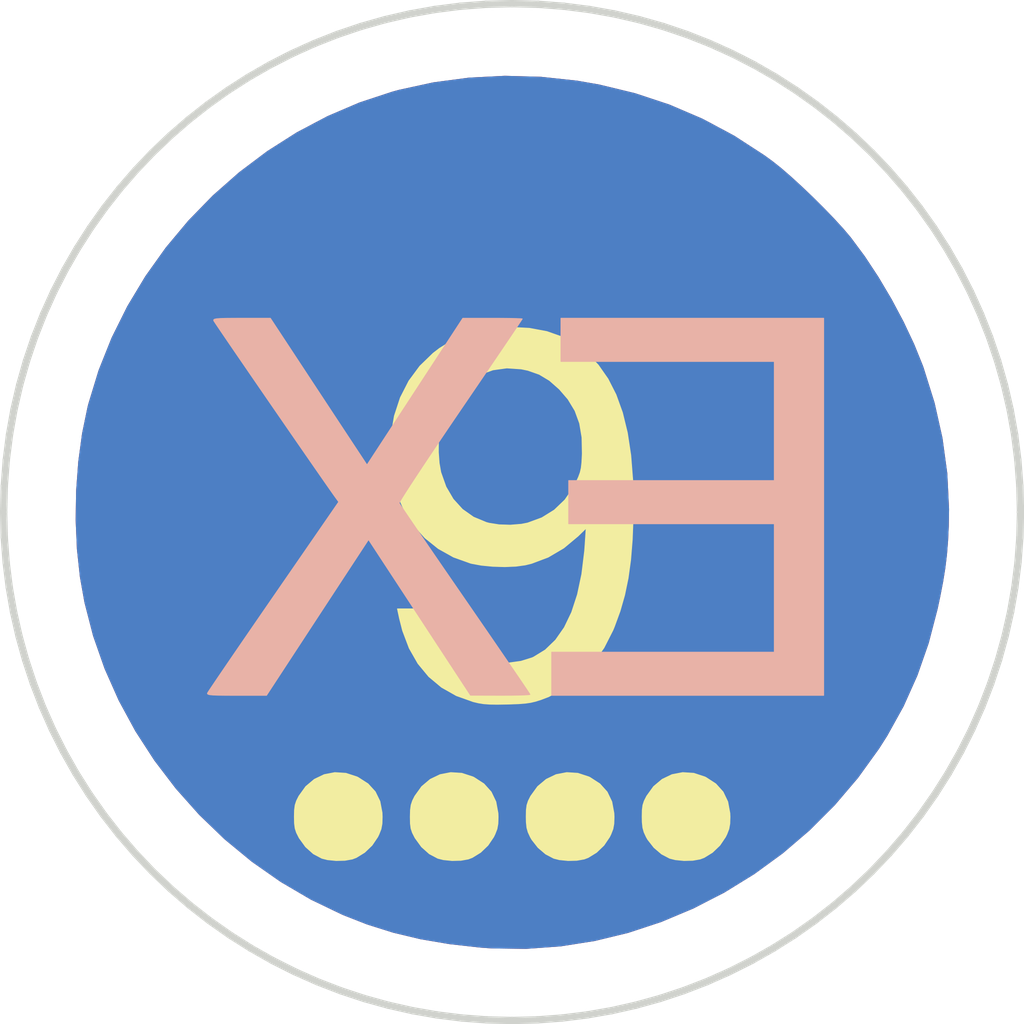
<source format=kicad_pcb>
(kicad_pcb (version 20171130) (host pcbnew 5.1.5+dfsg1-2build2)

  (general
    (thickness 1.6)
    (drawings 130)
    (tracks 0)
    (zones 0)
    (modules 4)
    (nets 1)
  )

  (page A4)
  (layers
    (0 F.Cu signal)
    (31 B.Cu signal)
    (32 B.Adhes user)
    (33 F.Adhes user)
    (34 B.Paste user)
    (35 F.Paste user)
    (36 B.SilkS user)
    (37 F.SilkS user)
    (38 B.Mask user)
    (39 F.Mask user)
    (40 Dwgs.User user)
    (41 Cmts.User user)
    (42 Eco1.User user)
    (43 Eco2.User user)
    (44 Edge.Cuts user)
    (45 Margin user)
    (46 B.CrtYd user)
    (47 F.CrtYd user)
    (48 B.Fab user)
    (49 F.Fab user)
  )

  (setup
    (last_trace_width 0.25)
    (trace_clearance 0.2)
    (zone_clearance 0.508)
    (zone_45_only no)
    (trace_min 0.2)
    (via_size 0.6)
    (via_drill 0.4)
    (via_min_size 0.4)
    (via_min_drill 0.3)
    (uvia_size 0.3)
    (uvia_drill 0.1)
    (uvias_allowed no)
    (uvia_min_size 0.2)
    (uvia_min_drill 0.1)
    (edge_width 0.15)
    (segment_width 0.2)
    (pcb_text_width 0.3)
    (pcb_text_size 1.5 1.5)
    (mod_edge_width 0.15)
    (mod_text_size 1 1)
    (mod_text_width 0.15)
    (pad_size 1.524 1.524)
    (pad_drill 0.762)
    (pad_to_mask_clearance 0.2)
    (aux_axis_origin 0 0)
    (visible_elements FFFFFF7F)
    (pcbplotparams
      (layerselection 0x010f0_ffffffff)
      (usegerberextensions false)
      (usegerberattributes false)
      (usegerberadvancedattributes false)
      (creategerberjobfile false)
      (excludeedgelayer true)
      (linewidth 0.100000)
      (plotframeref false)
      (viasonmask false)
      (mode 1)
      (useauxorigin false)
      (hpglpennumber 1)
      (hpglpenspeed 20)
      (hpglpendiameter 15.000000)
      (psnegative false)
      (psa4output false)
      (plotreference true)
      (plotvalue true)
      (plotinvisibletext false)
      (padsonsilk false)
      (subtractmaskfromsilk false)
      (outputformat 1)
      (mirror false)
      (drillshape 0)
      (scaleselection 1)
      (outputdirectory "gerbers/"))
  )

  (net 0 "")

  (net_class Default "This is the default net class."
    (clearance 0.2)
    (trace_width 0.25)
    (via_dia 0.6)
    (via_drill 0.4)
    (uvia_dia 0.3)
    (uvia_drill 0.1)
  )

  (module LOGO (layer F.Cu) (tedit 0) (tstamp 0)
    (at 0 0)
    (fp_text reference G*** (at 0 0) (layer F.SilkS) hide
      (effects (font (size 1.524 1.524) (thickness 0.3)))
    )
    (fp_text value LOGO (at 0.75 0) (layer F.SilkS) hide
      (effects (font (size 1.524 1.524) (thickness 0.3)))
    )
    (fp_poly (pts (xy -0.653666 -7.004494) (xy -0.162131 -6.951857) (xy 0.140773 -6.899218) (xy 0.632356 -6.7803)
      (xy 1.103543 -6.624376) (xy 1.555081 -6.431115) (xy 1.987714 -6.200188) (xy 2.402189 -5.931265)
      (xy 2.517121 -5.847596) (xy 2.632039 -5.756094) (xy 2.766843 -5.639358) (xy 2.91418 -5.504559)
      (xy 3.066697 -5.35887) (xy 3.217042 -5.209461) (xy 3.357863 -5.063506) (xy 3.481806 -4.928175)
      (xy 3.581519 -4.810642) (xy 3.586157 -4.804833) (xy 3.775778 -4.549418) (xy 3.963274 -4.26484)
      (xy 4.142561 -3.96199) (xy 4.307555 -3.65176) (xy 4.45217 -3.345041) (xy 4.570323 -3.052724)
      (xy 4.580125 -3.025609) (xy 4.730615 -2.544491) (xy 4.838822 -2.061537) (xy 4.904741 -1.576771)
      (xy 4.928369 -1.090217) (xy 4.924731 -0.85725) (xy 4.914848 -0.654055) (xy 4.89975 -0.467549)
      (xy 4.8778 -0.285602) (xy 4.847362 -0.096088) (xy 4.806797 0.113122) (xy 4.771477 0.277882)
      (xy 4.649815 0.744356) (xy 4.495622 1.186067) (xy 4.307054 1.607414) (xy 4.082268 2.012792)
      (xy 3.971125 2.187669) (xy 3.683055 2.587251) (xy 3.365904 2.959808) (xy 3.022156 3.3041)
      (xy 2.654298 3.618885) (xy 2.264815 3.902924) (xy 1.856194 4.154977) (xy 1.43092 4.373801)
      (xy 0.991479 4.558158) (xy 0.540358 4.706807) (xy 0.080041 4.818506) (xy -0.386985 4.892017)
      (xy -0.858235 4.926097) (xy -1.331223 4.919508) (xy -1.481666 4.908682) (xy -1.907703 4.861149)
      (xy -2.303099 4.79385) (xy -2.675558 4.704961) (xy -3.032785 4.592656) (xy -3.364929 4.462672)
      (xy -3.800305 4.253803) (xy -4.216549 4.009815) (xy -4.611722 3.733205) (xy -4.983884 3.426467)
      (xy -5.331093 3.092095) (xy -5.65141 2.732584) (xy -5.942893 2.350428) (xy -6.203602 1.948123)
      (xy -6.431597 1.528164) (xy -6.624937 1.093044) (xy -6.781682 0.645258) (xy -6.899891 0.187301)
      (xy -6.962158 -0.161807) (xy -7.003273 -0.542992) (xy -7.020364 -0.940226) (xy -7.013929 -1.343269)
      (xy -6.984464 -1.741884) (xy -6.932467 -2.12583) (xy -6.858435 -2.48487) (xy -6.847158 -2.529416)
      (xy -6.706761 -2.989062) (xy -6.52836 -3.435037) (xy -6.314157 -3.865115) (xy -6.066356 -4.277068)
      (xy -5.787161 -4.668668) (xy -5.478776 -5.037688) (xy -5.143404 -5.3819) (xy -4.78325 -5.699076)
      (xy -4.400517 -5.986988) (xy -3.997409 -6.24341) (xy -3.576129 -6.466113) (xy -3.138882 -6.652869)
      (xy -2.687871 -6.801451) (xy -2.596289 -6.82637) (xy -2.124388 -6.92893) (xy -1.639908 -6.992895)
      (xy -1.147963 -7.018128) (xy -0.653666 -7.004494)) (layer B.Cu) (width 0.01))
  )

  (module LOGO (layer F.Cu) (tedit 0) (tstamp 0)
    (at 0 0)
    (fp_text reference G*** (at 0 0) (layer F.SilkS) hide
      (effects (font (size 1.524 1.524) (thickness 0.3)))
    )
    (fp_text value LOGO (at 0.75 0) (layer F.SilkS) hide
      (effects (font (size 1.524 1.524) (thickness 0.3)))
    )
    (fp_poly (pts (xy -3.881803 -2.979208) (xy -3.769704 -2.808904) (xy -3.657291 -2.638166) (xy -3.548422 -2.472849)
      (xy -3.446952 -2.318808) (xy -3.356738 -2.181898) (xy -3.281638 -2.067975) (xy -3.225508 -1.982891)
      (xy -3.22047 -1.975261) (xy -3.036258 -1.696272) (xy -2.380671 -2.699967) (xy -1.725083 -3.703662)
      (xy -1.317625 -3.703914) (xy -1.191524 -3.703534) (xy -1.081289 -3.702326) (xy -0.993379 -3.700434)
      (xy -0.934253 -3.698) (xy -0.910368 -3.695168) (xy -0.910166 -3.694875) (xy -0.921789 -3.676298)
      (xy -0.955391 -3.625566) (xy -1.009077 -3.545482) (xy -1.080949 -3.438849) (xy -1.16911 -3.308469)
      (xy -1.271664 -3.157144) (xy -1.386713 -2.987679) (xy -1.512361 -2.802874) (xy -1.64671 -2.605532)
      (xy -1.757771 -2.442584) (xy -1.8976 -2.236953) (xy -2.029951 -2.041207) (xy -2.152944 -1.858193)
      (xy -2.264703 -1.690758) (xy -2.363351 -1.541749) (xy -2.447009 -1.414012) (xy -2.513799 -1.310396)
      (xy -2.561846 -1.233746) (xy -2.58927 -1.186909) (xy -2.595131 -1.172887) (xy -2.581718 -1.151526)
      (xy -2.546135 -1.098124) (xy -2.490285 -1.015466) (xy -2.41607 -0.906333) (xy -2.325393 -0.773508)
      (xy -2.220156 -0.619775) (xy -2.102261 -0.447915) (xy -1.973612 -0.260713) (xy -1.83611 -0.06095)
      (xy -1.69461 0.144313) (xy -1.550586 0.353251) (xy -1.413787 0.552038) (xy -1.286086 0.737931)
      (xy -1.169357 0.908185) (xy -1.065473 1.060057) (xy -0.97631 1.190805) (xy -0.90374 1.297683)
      (xy -0.849638 1.37795) (xy -0.815878 1.428861) (xy -0.804333 1.447658) (xy -0.824422 1.451581)
      (xy -0.880385 1.454914) (xy -0.965762 1.457468) (xy -1.074095 1.459056) (xy -1.198925 1.459492)
      (xy -1.211791 1.459466) (xy -1.61925 1.458432) (xy -2.317326 0.393258) (xy -3.015403 -0.671916)
      (xy -3.280695 -0.267166) (xy -3.357757 -0.149561) (xy -3.452895 -0.004318) (xy -3.561008 0.160773)
      (xy -3.676997 0.337925) (xy -3.795763 0.519349) (xy -3.912204 0.697255) (xy -3.978813 0.799042)
      (xy -4.41164 1.4605) (xy -4.822168 1.4605) (xy -4.964681 1.460147) (xy -5.069988 1.458812)
      (xy -5.143212 1.456084) (xy -5.189477 1.451551) (xy -5.213907 1.444802) (xy -5.221624 1.435425)
      (xy -5.220417 1.428503) (xy -5.206664 1.406274) (xy -5.170735 1.352024) (xy -5.114537 1.268548)
      (xy -5.039978 1.158639) (xy -4.948966 1.025093) (xy -4.843407 0.870703) (xy -4.72521 0.698263)
      (xy -4.596281 0.510568) (xy -4.45853 0.310412) (xy -4.315997 0.103682) (xy -3.423854 -1.189142)
      (xy -3.465009 -1.245446) (xy -3.498038 -1.291618) (xy -3.550638 -1.366402) (xy -3.620429 -1.466342)
      (xy -3.705031 -1.587982) (xy -3.802064 -1.727866) (xy -3.909147 -1.882539) (xy -4.023902 -2.048545)
      (xy -4.143948 -2.222428) (xy -4.266906 -2.400733) (xy -4.390394 -2.580004) (xy -4.512034 -2.756785)
      (xy -4.629446 -2.927621) (xy -4.740249 -3.089057) (xy -4.842063 -3.237635) (xy -4.932509 -3.369902)
      (xy -5.009207 -3.482401) (xy -5.069777 -3.571676) (xy -5.111838 -3.634272) (xy -5.133011 -3.666733)
      (xy -5.135048 -3.670338) (xy -5.135874 -3.682246) (xy -5.124353 -3.691011) (xy -5.095182 -3.697103)
      (xy -5.043058 -3.700992) (xy -4.962678 -3.703148) (xy -4.848741 -3.704041) (xy -4.753476 -3.704166)
      (xy -4.358923 -3.704166) (xy -3.881803 -2.979208)) (layer B.SilkS) (width 0.01))
    (fp_poly (pts (xy 3.217334 1.4605) (xy -0.508 1.4605) (xy -0.508 0.867834) (xy 2.54 0.867834)
      (xy 2.54 -0.889) (xy -0.275166 -0.889) (xy -0.275166 -1.481666) (xy 2.54 -1.481666)
      (xy 2.54 -3.1115) (xy -0.381 -3.1115) (xy -0.381 -3.704166) (xy 3.217334 -3.704166)
      (xy 3.217334 1.4605)) (layer B.SilkS) (width 0.01))
  )

  (module LOGO (layer F.Cu) (tedit 0) (tstamp 0)
    (at 0 0)
    (fp_text reference G*** (at 0 0) (layer F.SilkS) hide
      (effects (font (size 1.524 1.524) (thickness 0.3)))
    )
    (fp_text value LOGO (at 0.75 0) (layer F.SilkS) hide
      (effects (font (size 1.524 1.524) (thickness 0.3)))
    )
    (fp_poly (pts (xy -0.653666 -7.004494) (xy -0.162131 -6.951857) (xy 0.140773 -6.899218) (xy 0.632356 -6.7803)
      (xy 1.103543 -6.624376) (xy 1.555081 -6.431115) (xy 1.987714 -6.200188) (xy 2.402189 -5.931265)
      (xy 2.517121 -5.847596) (xy 2.632039 -5.756094) (xy 2.766843 -5.639358) (xy 2.91418 -5.504559)
      (xy 3.066697 -5.35887) (xy 3.217042 -5.209461) (xy 3.357863 -5.063506) (xy 3.481806 -4.928175)
      (xy 3.581519 -4.810642) (xy 3.586157 -4.804833) (xy 3.775778 -4.549418) (xy 3.963274 -4.26484)
      (xy 4.142561 -3.96199) (xy 4.307555 -3.65176) (xy 4.45217 -3.345041) (xy 4.570323 -3.052724)
      (xy 4.580125 -3.025609) (xy 4.730615 -2.544491) (xy 4.838822 -2.061537) (xy 4.904741 -1.576771)
      (xy 4.928369 -1.090217) (xy 4.924731 -0.85725) (xy 4.914848 -0.654055) (xy 4.89975 -0.467549)
      (xy 4.8778 -0.285602) (xy 4.847362 -0.096088) (xy 4.806797 0.113122) (xy 4.771477 0.277882)
      (xy 4.649815 0.744356) (xy 4.495622 1.186067) (xy 4.307054 1.607414) (xy 4.082268 2.012792)
      (xy 3.971125 2.187669) (xy 3.683055 2.587251) (xy 3.365904 2.959808) (xy 3.022156 3.3041)
      (xy 2.654298 3.618885) (xy 2.264815 3.902924) (xy 1.856194 4.154977) (xy 1.43092 4.373801)
      (xy 0.991479 4.558158) (xy 0.540358 4.706807) (xy 0.080041 4.818506) (xy -0.386985 4.892017)
      (xy -0.858235 4.926097) (xy -1.331223 4.919508) (xy -1.481666 4.908682) (xy -1.907703 4.861149)
      (xy -2.303099 4.79385) (xy -2.675558 4.704961) (xy -3.032785 4.592656) (xy -3.364929 4.462672)
      (xy -3.800305 4.253803) (xy -4.216549 4.009815) (xy -4.611722 3.733205) (xy -4.983884 3.426467)
      (xy -5.331093 3.092095) (xy -5.65141 2.732584) (xy -5.942893 2.350428) (xy -6.203602 1.948123)
      (xy -6.431597 1.528164) (xy -6.624937 1.093044) (xy -6.781682 0.645258) (xy -6.899891 0.187301)
      (xy -6.962158 -0.161807) (xy -7.003273 -0.542992) (xy -7.020364 -0.940226) (xy -7.013929 -1.343269)
      (xy -6.984464 -1.741884) (xy -6.932467 -2.12583) (xy -6.858435 -2.48487) (xy -6.847158 -2.529416)
      (xy -6.706761 -2.989062) (xy -6.52836 -3.435037) (xy -6.314157 -3.865115) (xy -6.066356 -4.277068)
      (xy -5.787161 -4.668668) (xy -5.478776 -5.037688) (xy -5.143404 -5.3819) (xy -4.78325 -5.699076)
      (xy -4.400517 -5.986988) (xy -3.997409 -6.24341) (xy -3.576129 -6.466113) (xy -3.138882 -6.652869)
      (xy -2.687871 -6.801451) (xy -2.596289 -6.82637) (xy -2.124388 -6.92893) (xy -1.639908 -6.992895)
      (xy -1.147963 -7.018128) (xy -0.653666 -7.004494)) (layer F.Cu) (width 0.01))
  )

  (module LOGO (layer F.Cu) (tedit 0) (tstamp 0)
    (at 0 0)
    (fp_text reference G*** (at 0 0) (layer F.SilkS) hide
      (effects (font (size 1.524 1.524) (thickness 0.3)))
    )
    (fp_text value LOGO (at 0.75 0) (layer F.SilkS) hide
      (effects (font (size 1.524 1.524) (thickness 0.3)))
    )
    (fp_poly (pts (xy -3.325321 2.526503) (xy -3.173849 2.575925) (xy -3.158062 2.583562) (xy -3.022388 2.67077)
      (xy -2.923003 2.779296) (xy -2.859076 2.910503) (xy -2.829775 3.06575) (xy -2.827551 3.12473)
      (xy -2.830608 3.217958) (xy -2.843909 3.290315) (xy -2.872274 3.362915) (xy -2.890214 3.399292)
      (xy -2.967086 3.513036) (xy -3.068495 3.610196) (xy -3.182595 3.680473) (xy -3.237688 3.701423)
      (xy -3.339494 3.719338) (xy -3.459631 3.722108) (xy -3.577119 3.710255) (xy -3.653677 3.691104)
      (xy -3.770308 3.629387) (xy -3.876919 3.534065) (xy -3.963902 3.413859) (xy -3.968949 3.404845)
      (xy -4.001755 3.33941) (xy -4.020644 3.281159) (xy -4.029274 3.213515) (xy -4.0313 3.122084)
      (xy -4.029181 3.029134) (xy -4.020385 2.961833) (xy -4.001258 2.903601) (xy -3.968949 2.839322)
      (xy -3.874809 2.708227) (xy -3.75755 2.60956) (xy -3.622998 2.545159) (xy -3.476979 2.516861)
      (xy -3.325321 2.526503)) (layer F.SilkS) (width 0.01))
    (fp_poly (pts (xy -1.738027 2.526482) (xy -1.586536 2.57584) (xy -1.570492 2.583597) (xy -1.4353 2.671373)
      (xy -1.335695 2.781977) (xy -1.271452 2.915773) (xy -1.242351 3.073124) (xy -1.240441 3.12473)
      (xy -1.243183 3.21748) (xy -1.256069 3.289234) (xy -1.283858 3.360984) (xy -1.302714 3.399292)
      (xy -1.379586 3.513036) (xy -1.480995 3.610196) (xy -1.595095 3.680473) (xy -1.650188 3.701423)
      (xy -1.751994 3.719338) (xy -1.872131 3.722108) (xy -1.989619 3.710255) (xy -2.066177 3.691104)
      (xy -2.182699 3.629451) (xy -2.289453 3.534122) (xy -2.37689 3.413772) (xy -2.381924 3.404845)
      (xy -2.414797 3.340034) (xy -2.433712 3.282893) (xy -2.442286 3.216976) (xy -2.444137 3.125838)
      (xy -2.444124 3.122084) (xy -2.441587 3.028628) (xy -2.43233 2.960721) (xy -2.412648 2.901685)
      (xy -2.381299 2.839322) (xy -2.287349 2.708281) (xy -2.170203 2.609633) (xy -2.035705 2.545222)
      (xy -1.889698 2.516891) (xy -1.738027 2.526482)) (layer F.SilkS) (width 0.01))
    (fp_poly (pts (xy -0.149454 2.526648) (xy 0.00208 2.576362) (xy 0.017008 2.583597) (xy 0.1522 2.671373)
      (xy 0.251805 2.781977) (xy 0.316048 2.915773) (xy 0.345149 3.073124) (xy 0.347059 3.12473)
      (xy 0.344317 3.21748) (xy 0.331431 3.289234) (xy 0.303642 3.360984) (xy 0.284786 3.399292)
      (xy 0.207914 3.513036) (xy 0.106505 3.610196) (xy -0.007595 3.680473) (xy -0.062688 3.701423)
      (xy -0.164494 3.719338) (xy -0.284631 3.722108) (xy -0.402119 3.710255) (xy -0.478677 3.691104)
      (xy -0.589995 3.632756) (xy -0.694375 3.543711) (xy -0.779384 3.435245) (xy -0.799479 3.400168)
      (xy -0.83019 3.334034) (xy -0.847679 3.27141) (xy -0.855396 3.195575) (xy -0.856841 3.122084)
      (xy -0.855019 3.029665) (xy -0.846593 2.963003) (xy -0.827927 2.905626) (xy -0.795386 2.84106)
      (xy -0.794424 2.839322) (xy -0.699649 2.708004) (xy -0.582007 2.609263) (xy -0.447255 2.544913)
      (xy -0.301151 2.51677) (xy -0.149454 2.526648)) (layer F.SilkS) (width 0.01))
    (fp_poly (pts (xy 1.438046 2.526648) (xy 1.58958 2.576362) (xy 1.604508 2.583597) (xy 1.7397 2.671373)
      (xy 1.839305 2.781977) (xy 1.903548 2.915773) (xy 1.932649 3.073124) (xy 1.934559 3.12473)
      (xy 1.931817 3.21748) (xy 1.918931 3.289234) (xy 1.891142 3.360984) (xy 1.872286 3.399292)
      (xy 1.795414 3.513036) (xy 1.694005 3.610196) (xy 1.579905 3.680473) (xy 1.524812 3.701423)
      (xy 1.423006 3.719338) (xy 1.302869 3.722108) (xy 1.185381 3.710255) (xy 1.108823 3.691104)
      (xy 0.997505 3.632756) (xy 0.893125 3.543711) (xy 0.808116 3.435245) (xy 0.788021 3.400168)
      (xy 0.75731 3.334034) (xy 0.739821 3.27141) (xy 0.732104 3.195575) (xy 0.730659 3.122084)
      (xy 0.732481 3.029665) (xy 0.740907 2.963003) (xy 0.759573 2.905626) (xy 0.792114 2.84106)
      (xy 0.793076 2.839322) (xy 0.887851 2.708004) (xy 1.005493 2.609263) (xy 1.140245 2.544913)
      (xy 1.286349 2.51677) (xy 1.438046 2.526648)) (layer F.SilkS) (width 0.01))
    (fp_poly (pts (xy -0.812316 -3.566186) (xy -0.572705 -3.521547) (xy -0.357906 -3.445517) (xy -0.165162 -3.337168)
      (xy -0.022581 -3.224414) (xy 0.131602 -3.061862) (xy 0.263405 -2.873338) (xy 0.373283 -2.65722)
      (xy 0.461694 -2.411889) (xy 0.529092 -2.135723) (xy 0.575934 -1.827104) (xy 0.602676 -1.48441)
      (xy 0.609775 -1.106022) (xy 0.608121 -0.98425) (xy 0.5964 -0.672768) (xy 0.57392 -0.395262)
      (xy 0.539378 -0.144447) (xy 0.491474 0.086963) (xy 0.428906 0.306256) (xy 0.350373 0.520718)
      (xy 0.330958 0.567657) (xy 0.208416 0.808509) (xy 0.056318 1.022657) (xy -0.122529 1.207394)
      (xy -0.325319 1.360011) (xy -0.549244 1.477801) (xy -0.654127 1.518029) (xy -0.726652 1.540976)
      (xy -0.794767 1.557127) (xy -0.869399 1.56794) (xy -0.961476 1.574871) (xy -1.081924 1.579377)
      (xy -1.121833 1.580394) (xy -1.255075 1.58248) (xy -1.356883 1.580924) (xy -1.438063 1.574922)
      (xy -1.509417 1.56367) (xy -1.581753 1.546363) (xy -1.582844 1.546068) (xy -1.812571 1.463975)
      (xy -2.015319 1.349379) (xy -2.190704 1.202713) (xy -2.338344 1.024409) (xy -2.457853 0.814902)
      (xy -2.548848 0.574625) (xy -2.591402 0.407459) (xy -2.619497 0.275167) (xy -1.976512 0.275167)
      (xy -1.937648 0.404909) (xy -1.870582 0.567465) (xy -1.774312 0.714517) (xy -1.65527 0.839089)
      (xy -1.519889 0.934206) (xy -1.402916 0.984791) (xy -1.255795 1.013305) (xy -1.092063 1.015586)
      (xy -0.927375 0.992807) (xy -0.777387 0.946137) (xy -0.755331 0.936313) (xy -0.595162 0.838023)
      (xy -0.454802 0.702648) (xy -0.334448 0.530621) (xy -0.234299 0.322374) (xy -0.15455 0.078338)
      (xy -0.095399 -0.201054) (xy -0.057044 -0.515372) (xy -0.050112 -0.608735) (xy -0.035869 -0.829048)
      (xy -0.146184 -0.721598) (xy -0.342324 -0.557933) (xy -0.554693 -0.432901) (xy -0.782144 -0.347128)
      (xy -0.869824 -0.325482) (xy -0.997685 -0.307864) (xy -1.150673 -0.301673) (xy -1.313303 -0.306398)
      (xy -1.470086 -0.321532) (xy -1.605535 -0.346565) (xy -1.61925 -0.350111) (xy -1.851099 -0.432995)
      (xy -2.059471 -0.549381) (xy -2.242587 -0.696423) (xy -2.39867 -0.871276) (xy -2.525945 -1.071092)
      (xy -2.622633 -1.293027) (xy -2.686958 -1.534234) (xy -2.717143 -1.791868) (xy -2.715552 -1.867184)
      (xy -2.058356 -1.867184) (xy -2.047853 -1.721711) (xy -2.026097 -1.597375) (xy -2.025006 -1.593116)
      (xy -1.955049 -1.39596) (xy -1.855904 -1.226731) (xy -1.729616 -1.087584) (xy -1.578229 -0.980672)
      (xy -1.403786 -0.908152) (xy -1.36525 -0.8977) (xy -1.227683 -0.875958) (xy -1.07305 -0.871216)
      (xy -0.922475 -0.883373) (xy -0.836963 -0.900243) (xy -0.642151 -0.971719) (xy -0.471344 -1.077752)
      (xy -0.326254 -1.216915) (xy -0.20859 -1.387776) (xy -0.174962 -1.453205) (xy -0.140202 -1.529476)
      (xy -0.117199 -1.59204) (xy -0.103021 -1.654407) (xy -0.094738 -1.730088) (xy -0.089417 -1.832596)
      (xy -0.088705 -1.850812) (xy -0.093029 -2.071323) (xy -0.12557 -2.264688) (xy -0.188559 -2.437184)
      (xy -0.284229 -2.595084) (xy -0.402166 -2.731983) (xy -0.537759 -2.851497) (xy -0.677668 -2.935532)
      (xy -0.833588 -2.990297) (xy -0.924358 -3.00918) (xy -1.122158 -3.022585) (xy -1.311259 -2.996459)
      (xy -1.487896 -2.933317) (xy -1.648307 -2.835673) (xy -1.788727 -2.70604) (xy -1.905392 -2.546934)
      (xy -1.99454 -2.360867) (xy -2.022833 -2.275416) (xy -2.045796 -2.159536) (xy -2.057654 -2.018292)
      (xy -2.058356 -1.867184) (xy -2.715552 -1.867184) (xy -2.711411 -2.063082) (xy -2.708426 -2.094456)
      (xy -2.66153 -2.366707) (xy -2.579392 -2.617447) (xy -2.462872 -2.845132) (xy -2.312828 -3.048217)
      (xy -2.130118 -3.225157) (xy -2.042683 -3.292134) (xy -1.853302 -3.409791) (xy -1.657553 -3.494806)
      (xy -1.447391 -3.549585) (xy -1.214769 -3.576537) (xy -1.0795 -3.580363) (xy -0.812316 -3.566186)) (layer F.SilkS) (width 0.01))
  )

  (gr_line (start 5.9113 -1.0498) (end 5.9028 -0.7046) (layer Edge.Cuts) (width 0.1))
  (gr_line (start 5.9028 -0.7046) (end 5.8774 -0.3618) (layer Edge.Cuts) (width 0.1))
  (gr_line (start 5.8774 -0.3618) (end 5.8351 -0.0219) (layer Edge.Cuts) (width 0.1))
  (gr_line (start 5.8351 -0.0219) (end 5.7764 0.3147) (layer Edge.Cuts) (width 0.1))
  (gr_line (start 5.7764 0.3147) (end 5.7014 0.647) (layer Edge.Cuts) (width 0.1))
  (gr_line (start 5.7014 0.647) (end 5.6105 0.9748) (layer Edge.Cuts) (width 0.1))
  (gr_line (start 5.6105 0.9748) (end 5.5037 1.2974) (layer Edge.Cuts) (width 0.1))
  (gr_line (start 5.5037 1.2974) (end 5.3814 1.6142) (layer Edge.Cuts) (width 0.1))
  (gr_line (start 5.3814 1.6142) (end 5.2439 1.9247) (layer Edge.Cuts) (width 0.1))
  (gr_line (start 5.2439 1.9247) (end 5.0913 2.2282) (layer Edge.Cuts) (width 0.1))
  (gr_line (start 5.0913 2.2282) (end 4.9239 2.5243) (layer Edge.Cuts) (width 0.1))
  (gr_line (start 4.9239 2.5243) (end 4.7418 2.8123) (layer Edge.Cuts) (width 0.1))
  (gr_line (start 4.7418 2.8123) (end 4.5454 3.0918) (layer Edge.Cuts) (width 0.1))
  (gr_line (start 4.5454 3.0918) (end 4.3349 3.362) (layer Edge.Cuts) (width 0.1))
  (gr_line (start 4.3349 3.362) (end 4.1105 3.6225) (layer Edge.Cuts) (width 0.1))
  (gr_line (start 4.1105 3.6225) (end 3.8725 3.8726) (layer Edge.Cuts) (width 0.1))
  (gr_line (start 3.8725 3.8726) (end 3.6223 4.1107) (layer Edge.Cuts) (width 0.1))
  (gr_line (start 3.6223 4.1107) (end 3.3619 4.335) (layer Edge.Cuts) (width 0.1))
  (gr_line (start 3.3619 4.335) (end 3.0916 4.5455) (layer Edge.Cuts) (width 0.1))
  (gr_line (start 3.0916 4.5455) (end 2.8122 4.742) (layer Edge.Cuts) (width 0.1))
  (gr_line (start 2.8122 4.742) (end 2.5241 4.924) (layer Edge.Cuts) (width 0.1))
  (gr_line (start 2.5241 4.924) (end 2.228 5.0915) (layer Edge.Cuts) (width 0.1))
  (gr_line (start 2.228 5.0915) (end 1.9245 5.2441) (layer Edge.Cuts) (width 0.1))
  (gr_line (start 1.9245 5.2441) (end 1.614 5.3816) (layer Edge.Cuts) (width 0.1))
  (gr_line (start 1.614 5.3816) (end 1.2973 5.5039) (layer Edge.Cuts) (width 0.1))
  (gr_line (start 1.2973 5.5039) (end 0.9746 5.6107) (layer Edge.Cuts) (width 0.1))
  (gr_line (start 0.9746 5.6107) (end 0.6469 5.7016) (layer Edge.Cuts) (width 0.1))
  (gr_line (start 0.6469 5.7016) (end 0.3145 5.7766) (layer Edge.Cuts) (width 0.1))
  (gr_line (start 0.3145 5.7766) (end -0.022 5.8353) (layer Edge.Cuts) (width 0.1))
  (gr_line (start -0.022 5.8353) (end -0.362 5.8775) (layer Edge.Cuts) (width 0.1))
  (gr_line (start -0.362 5.8775) (end -0.7047 5.903) (layer Edge.Cuts) (width 0.1))
  (gr_line (start -0.7047 5.903) (end -1.05 5.9115) (layer Edge.Cuts) (width 0.1))
  (gr_line (start -1.05 5.9115) (end -1.3952 5.903) (layer Edge.Cuts) (width 0.1))
  (gr_line (start -1.3952 5.903) (end -1.738 5.8775) (layer Edge.Cuts) (width 0.1))
  (gr_line (start -1.738 5.8775) (end -2.078 5.8353) (layer Edge.Cuts) (width 0.1))
  (gr_line (start -2.078 5.8353) (end -2.4144 5.7766) (layer Edge.Cuts) (width 0.1))
  (gr_line (start -2.4144 5.7766) (end -2.7468 5.7016) (layer Edge.Cuts) (width 0.1))
  (gr_line (start -2.7468 5.7016) (end -3.0746 5.6107) (layer Edge.Cuts) (width 0.1))
  (gr_line (start -3.0746 5.6107) (end -3.3972 5.5039) (layer Edge.Cuts) (width 0.1))
  (gr_line (start -3.3972 5.5039) (end -3.714 5.3816) (layer Edge.Cuts) (width 0.1))
  (gr_line (start -3.714 5.3816) (end -4.0244 5.2441) (layer Edge.Cuts) (width 0.1))
  (gr_line (start -4.0244 5.2441) (end -4.328 5.0915) (layer Edge.Cuts) (width 0.1))
  (gr_line (start -4.328 5.0915) (end -4.6241 4.924) (layer Edge.Cuts) (width 0.1))
  (gr_line (start -4.6241 4.924) (end -4.9122 4.742) (layer Edge.Cuts) (width 0.1))
  (gr_line (start -4.9122 4.742) (end -5.1915 4.5455) (layer Edge.Cuts) (width 0.1))
  (gr_line (start -5.1915 4.5455) (end -5.4618 4.335) (layer Edge.Cuts) (width 0.1))
  (gr_line (start -5.4618 4.335) (end -5.7222 4.1107) (layer Edge.Cuts) (width 0.1))
  (gr_line (start -5.7222 4.1107) (end -5.9724 3.8726) (layer Edge.Cuts) (width 0.1))
  (gr_line (start -5.9724 3.8726) (end -6.2104 3.6225) (layer Edge.Cuts) (width 0.1))
  (gr_line (start -6.2104 3.6225) (end -6.4349 3.362) (layer Edge.Cuts) (width 0.1))
  (gr_line (start -6.4349 3.362) (end -6.6453 3.0918) (layer Edge.Cuts) (width 0.1))
  (gr_line (start -6.6453 3.0918) (end -6.8417 2.8123) (layer Edge.Cuts) (width 0.1))
  (gr_line (start -6.8417 2.8123) (end -7.0238 2.5243) (layer Edge.Cuts) (width 0.1))
  (gr_line (start -7.0238 2.5243) (end -7.1912 2.2282) (layer Edge.Cuts) (width 0.1))
  (gr_line (start -7.1912 2.2282) (end -7.3438 1.9247) (layer Edge.Cuts) (width 0.1))
  (gr_line (start -7.3438 1.9247) (end -7.4814 1.6142) (layer Edge.Cuts) (width 0.1))
  (gr_line (start -7.4814 1.6142) (end -7.6036 1.2974) (layer Edge.Cuts) (width 0.1))
  (gr_line (start -7.6036 1.2974) (end -7.7104 0.9748) (layer Edge.Cuts) (width 0.1))
  (gr_line (start -7.7104 0.9748) (end -7.8014 0.647) (layer Edge.Cuts) (width 0.1))
  (gr_line (start -7.8014 0.647) (end -7.8763 0.3147) (layer Edge.Cuts) (width 0.1))
  (gr_line (start -7.8763 0.3147) (end -7.935 -0.0219) (layer Edge.Cuts) (width 0.1))
  (gr_line (start -7.935 -0.0219) (end -7.9773 -0.3618) (layer Edge.Cuts) (width 0.1))
  (gr_line (start -7.9773 -0.3618) (end -8.0028 -0.7046) (layer Edge.Cuts) (width 0.1))
  (gr_line (start -8.0028 -0.7046) (end -8.0113 -1.0498) (layer Edge.Cuts) (width 0.1))
  (gr_line (start -8.0113 -1.0498) (end -8.0023 -1.408) (layer Edge.Cuts) (width 0.1))
  (gr_line (start -8.0023 -1.408) (end -7.9754 -1.7615) (layer Edge.Cuts) (width 0.1))
  (gr_line (start -7.9754 -1.7615) (end -7.9312 -2.11) (layer Edge.Cuts) (width 0.1))
  (gr_line (start -7.9312 -2.11) (end -7.8699 -2.4527) (layer Edge.Cuts) (width 0.1))
  (gr_line (start -7.8699 -2.4527) (end -7.7922 -2.7895) (layer Edge.Cuts) (width 0.1))
  (gr_line (start -7.7922 -2.7895) (end -7.6984 -3.1199) (layer Edge.Cuts) (width 0.1))
  (gr_line (start -7.6984 -3.1199) (end -7.589 -3.4434) (layer Edge.Cuts) (width 0.1))
  (gr_line (start -7.589 -3.4434) (end -7.4643 -3.7594) (layer Edge.Cuts) (width 0.1))
  (gr_line (start -7.4643 -3.7594) (end -7.3249 -4.0679) (layer Edge.Cuts) (width 0.1))
  (gr_line (start -7.3249 -4.0679) (end -7.1711 -4.368) (layer Edge.Cuts) (width 0.1))
  (gr_line (start -7.1711 -4.368) (end -7.0035 -4.6595) (layer Edge.Cuts) (width 0.1))
  (gr_line (start -7.0035 -4.6595) (end -6.8224 -4.942) (layer Edge.Cuts) (width 0.1))
  (gr_line (start -6.8224 -4.942) (end -6.6284 -5.2149) (layer Edge.Cuts) (width 0.1))
  (gr_line (start -6.6284 -5.2149) (end -6.4217 -5.4779) (layer Edge.Cuts) (width 0.1))
  (gr_line (start -6.4217 -5.4779) (end -6.2029 -5.7305) (layer Edge.Cuts) (width 0.1))
  (gr_line (start -6.2029 -5.7305) (end -5.9724 -5.9722) (layer Edge.Cuts) (width 0.1))
  (gr_line (start -5.9724 -5.9722) (end -5.7306 -6.2027) (layer Edge.Cuts) (width 0.1))
  (gr_line (start -5.7306 -6.2027) (end -5.4781 -6.4215) (layer Edge.Cuts) (width 0.1))
  (gr_line (start -5.4781 -6.4215) (end -5.215 -6.6281) (layer Edge.Cuts) (width 0.1))
  (gr_line (start -5.215 -6.6281) (end -4.9422 -6.8222) (layer Edge.Cuts) (width 0.1))
  (gr_line (start -4.9422 -6.8222) (end -4.6597 -7.0034) (layer Edge.Cuts) (width 0.1))
  (gr_line (start -4.6597 -7.0034) (end -4.3682 -7.1709) (layer Edge.Cuts) (width 0.1))
  (gr_line (start -4.3682 -7.1709) (end -4.068 -7.3247) (layer Edge.Cuts) (width 0.1))
  (gr_line (start -4.068 -7.3247) (end -3.7597 -7.4641) (layer Edge.Cuts) (width 0.1))
  (gr_line (start -3.7597 -7.4641) (end -3.4436 -7.5888) (layer Edge.Cuts) (width 0.1))
  (gr_line (start -3.4436 -7.5888) (end -3.1201 -7.6981) (layer Edge.Cuts) (width 0.1))
  (gr_line (start -3.1201 -7.6981) (end -2.7897 -7.792) (layer Edge.Cuts) (width 0.1))
  (gr_line (start -2.7897 -7.792) (end -2.453 -7.8697) (layer Edge.Cuts) (width 0.1))
  (gr_line (start -2.453 -7.8697) (end -2.1102 -7.9309) (layer Edge.Cuts) (width 0.1))
  (gr_line (start -2.1102 -7.9309) (end -1.7617 -7.9752) (layer Edge.Cuts) (width 0.1))
  (gr_line (start -1.7617 -7.9752) (end -1.4083 -8.0021) (layer Edge.Cuts) (width 0.1))
  (gr_line (start -1.4083 -8.0021) (end -1.05 -8.0111) (layer Edge.Cuts) (width 0.1))
  (gr_line (start -1.05 -8.0111) (end -0.6917 -8.0021) (layer Edge.Cuts) (width 0.1))
  (gr_line (start -0.6917 -8.0021) (end -0.3383 -7.9752) (layer Edge.Cuts) (width 0.1))
  (gr_line (start -0.3383 -7.9752) (end 0.0102 -7.9309) (layer Edge.Cuts) (width 0.1))
  (gr_line (start 0.0102 -7.9309) (end 0.353 -7.8697) (layer Edge.Cuts) (width 0.1))
  (gr_line (start 0.353 -7.8697) (end 0.6898 -7.792) (layer Edge.Cuts) (width 0.1))
  (gr_line (start 0.6898 -7.792) (end 1.0201 -7.6981) (layer Edge.Cuts) (width 0.1))
  (gr_line (start 1.0201 -7.6981) (end 1.3436 -7.5888) (layer Edge.Cuts) (width 0.1))
  (gr_line (start 1.3436 -7.5888) (end 1.6597 -7.4641) (layer Edge.Cuts) (width 0.1))
  (gr_line (start 1.6597 -7.4641) (end 1.968 -7.3247) (layer Edge.Cuts) (width 0.1))
  (gr_line (start 1.968 -7.3247) (end 2.2682 -7.1709) (layer Edge.Cuts) (width 0.1))
  (gr_line (start 2.2682 -7.1709) (end 2.5598 -7.0034) (layer Edge.Cuts) (width 0.1))
  (gr_line (start 2.5598 -7.0034) (end 2.8422 -6.8222) (layer Edge.Cuts) (width 0.1))
  (gr_line (start 2.8422 -6.8222) (end 3.1151 -6.6281) (layer Edge.Cuts) (width 0.1))
  (gr_line (start 3.1151 -6.6281) (end 3.3781 -6.4215) (layer Edge.Cuts) (width 0.1))
  (gr_line (start 3.3781 -6.4215) (end 3.6306 -6.2027) (layer Edge.Cuts) (width 0.1))
  (gr_line (start 3.6306 -6.2027) (end 3.8725 -5.9722) (layer Edge.Cuts) (width 0.1))
  (gr_line (start 3.8725 -5.9722) (end 4.1029 -5.7305) (layer Edge.Cuts) (width 0.1))
  (gr_line (start 4.1029 -5.7305) (end 4.3218 -5.4779) (layer Edge.Cuts) (width 0.1))
  (gr_line (start 4.3218 -5.4779) (end 4.5284 -5.2149) (layer Edge.Cuts) (width 0.1))
  (gr_line (start 4.5284 -5.2149) (end 4.7225 -4.942) (layer Edge.Cuts) (width 0.1))
  (gr_line (start 4.7225 -4.942) (end 4.9035 -4.6595) (layer Edge.Cuts) (width 0.1))
  (gr_line (start 4.9035 -4.6595) (end 5.0712 -4.368) (layer Edge.Cuts) (width 0.1))
  (gr_line (start 5.0712 -4.368) (end 5.2249 -4.0679) (layer Edge.Cuts) (width 0.1))
  (gr_line (start 5.2249 -4.0679) (end 5.3643 -3.7594) (layer Edge.Cuts) (width 0.1))
  (gr_line (start 5.3643 -3.7594) (end 5.489 -3.4434) (layer Edge.Cuts) (width 0.1))
  (gr_line (start 5.489 -3.4434) (end 5.5984 -3.1199) (layer Edge.Cuts) (width 0.1))
  (gr_line (start 5.5984 -3.1199) (end 5.6922 -2.7895) (layer Edge.Cuts) (width 0.1))
  (gr_line (start 5.6922 -2.7895) (end 5.7699 -2.4527) (layer Edge.Cuts) (width 0.1))
  (gr_line (start 5.7699 -2.4527) (end 5.8312 -2.11) (layer Edge.Cuts) (width 0.1))
  (gr_line (start 5.8312 -2.11) (end 5.8754 -1.7615) (layer Edge.Cuts) (width 0.1))
  (gr_line (start 5.8754 -1.7615) (end 5.9023 -1.408) (layer Edge.Cuts) (width 0.1))
  (gr_line (start 5.9023 -1.408) (end 5.9113 -1.0498) (layer Edge.Cuts) (width 0.1))
  (gr_line (start 5.9113 -1.0498) (end 5.9113 -1.0498) (layer Edge.Cuts) (width 0.1))
  (gr_line (start 5.9113 -1.0498) (end 5.9113 -1.0498) (layer Edge.Cuts) (width 0.1))

)

</source>
